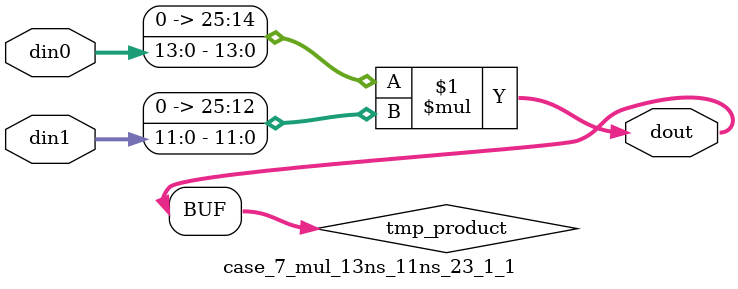
<source format=v>

`timescale 1 ns / 1 ps

 (* use_dsp = "no" *)  module case_7_mul_13ns_11ns_23_1_1(din0, din1, dout);
parameter ID = 1;
parameter NUM_STAGE = 0;
parameter din0_WIDTH = 14;
parameter din1_WIDTH = 12;
parameter dout_WIDTH = 26;

input [din0_WIDTH - 1 : 0] din0; 
input [din1_WIDTH - 1 : 0] din1; 
output [dout_WIDTH - 1 : 0] dout;

wire signed [dout_WIDTH - 1 : 0] tmp_product;
























assign tmp_product = $signed({1'b0, din0}) * $signed({1'b0, din1});











assign dout = tmp_product;





















endmodule

</source>
